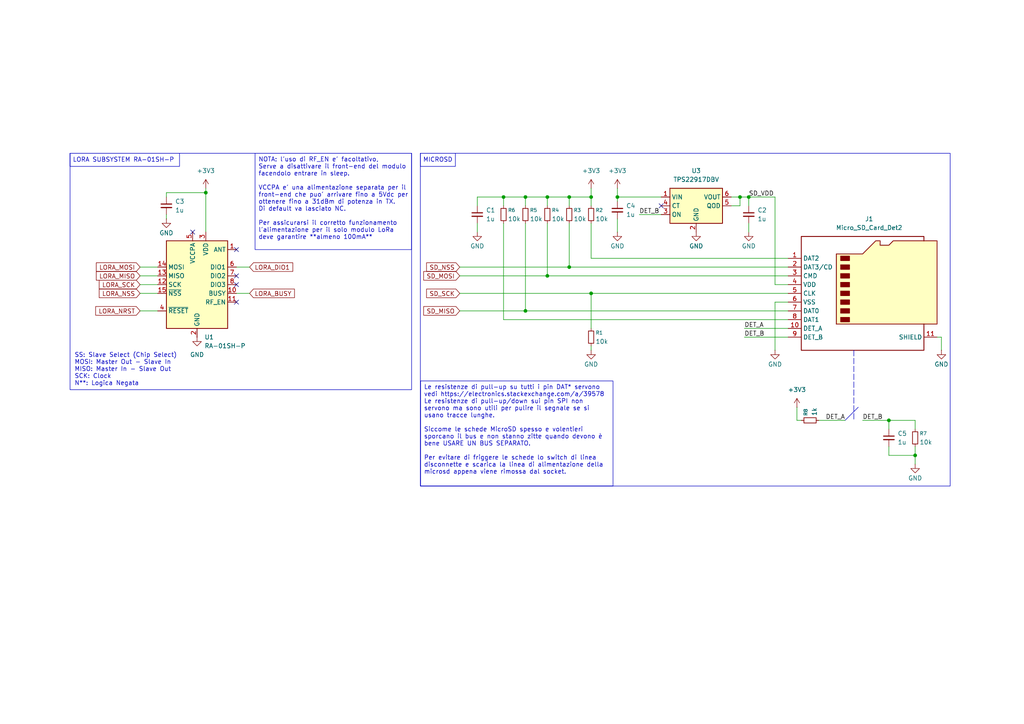
<source format=kicad_sch>
(kicad_sch (version 20250114) (generator "eeschema") (generator_version "9.0")
  (paper "A4")
  (lib_symbols
    (symbol "Connector:Micro_SD_Card_Det2"
      (property "Reference" "J" (at -16.51 17.78 0))
      (property "Value" "Micro_SD_Card_Det2" (at 16.51 17.78 0))
      (symbol "Micro_SD_Card_Det2_0_1"
        (polyline (pts (xy -8.89 -8.89) (xy -8.89 11.43) (xy -1.27 11.43) (xy 2.54 15.24) (xy 3.81 15.24) (xy 3.81 13.97) (xy 6.35 13.97) (xy 7.62 15.24) (xy 20.32 15.24) (xy 20.32 -8.89) (xy -8.89 -8.89)) (stroke (width 0.254)) (fill (type background)))
        (rectangle (start -7.62 10.795) (end -5.08 9.525) (stroke (width 0.254)) (fill (type outline)))
        (rectangle (start -7.62 8.255) (end -5.08 6.985) (stroke (width 0.254)) (fill (type outline)))
        (rectangle (start -7.62 5.715) (end -5.08 4.445) (stroke (width 0.254)) (fill (type outline)))
        (rectangle (start -7.62 3.175) (end -5.08 1.905) (stroke (width 0.254)) (fill (type outline)))
        (rectangle (start -7.62 0.635) (end -5.08 -0.635) (stroke (width 0.254)) (fill (type outline)))
        (rectangle (start -7.62 -1.905) (end -5.08 -3.175) (stroke (width 0.254)) (fill (type outline)))
        (rectangle (start -7.62 -4.445) (end -5.08 -5.715) (stroke (width 0.254)) (fill (type outline)))
        (rectangle (start -7.62 -6.985) (end -5.08 -8.255) (stroke (width 0.254)) (fill (type outline)))
        (polyline (pts (xy 16.51 15.24) (xy 16.51 16.51) (xy -19.05 16.51) (xy -19.05 -16.51) (xy 16.51 -16.51) (xy 16.51 -8.89)) (stroke (width 0.254)))
      )
      (symbol "Micro_SD_Card_Det2_1_1"
        (pin bidirectional line (at -22.86 10.16 0) (length 3.81) (name "DAT2") (number "1"))
        (pin bidirectional line (at -22.86 7.62 0) (length 3.81) (name "DAT3/CD") (number "2"))
        (pin input line (at -22.86 5.08 0) (length 3.81) (name "CMD") (number "3"))
        (pin power_in line (at -22.86 2.54 0) (length 3.81) (name "VDD") (number "4"))
        (pin input line (at -22.86 0 0) (length 3.81) (name "CLK") (number "5"))
        (pin power_in line (at -22.86 -2.54 0) (length 3.81) (name "VSS") (number "6"))
        (pin bidirectional line (at -22.86 -5.08 0) (length 3.81) (name "DAT0") (number "7"))
        (pin bidirectional line (at -22.86 -7.62 0) (length 3.81) (name "DAT1") (number "8"))
        (pin passive line (at -22.86 -10.16 0) (length 3.81) (name "DET_A") (number "10"))
        (pin passive line (at -22.86 -12.7 0) (length 3.81) (name "DET_B") (number "9"))
        (pin passive line (at 20.32 -12.7 180) (length 3.81) (name "SHIELD") (number "11"))
      )
    )
    (symbol "Device:C_Small" (pin_numbers (hide yes)) (pin_names (offset 0.254) (hide yes))
      (property "Reference" "C" (at 0.254 1.778 0))
      (property "Value" "C_Small" (at 0.254 -2.032 0))
      (symbol "C_Small_0_1"
        (polyline (pts (xy -1.524 0.508) (xy 1.524 0.508)) (stroke (width 0.3048)))
        (polyline (pts (xy -1.524 -0.508) (xy 1.524 -0.508)) (stroke (width 0.3302)))
      )
      (symbol "C_Small_1_1"
        (pin passive line (at 0 2.54 270) (length 2.032) (name "~") (number "1"))
        (pin passive line (at 0 -2.54 90) (length 2.032) (name "~") (number "2"))
      )
    )
    (symbol "Device:R_Small" (pin_numbers (hide yes)) (pin_names (offset 0.254) (hide yes))
      (property "Reference" "R" (at 0 0 90))
      (property "Value" "R_Small" (at 1.778 0 90))
      (symbol "R_Small_0_1"
        (rectangle (start -0.762 1.778) (end 0.762 -1.778) (stroke (width 0.2032)))
      )
      (symbol "R_Small_1_1"
        (pin passive line (at 0 2.54 270) (length 0.762) (name "~") (number "1"))
        (pin passive line (at 0 -2.54 90) (length 0.762) (name "~") (number "2"))
      )
    )
    (symbol "LoRa:RA-01SH"
      (property "Reference" "U" (at 7.874 15.748 0))
      (property "Value" "RA-01SH-P" (at 13.208 13.208 0))
      (symbol "RA-01SH_0_1"
        (rectangle (start -8.89 11.43) (end 8.89 -13.97) (stroke (width 0.254)) (fill (type background)))
      )
      (symbol "RA-01SH_1_1"
        (pin input line (at -11.43 3.81 0) (length 2.54) (name "MOSI") (number "14"))
        (pin output line (at -11.43 1.27 0) (length 2.54) (name "MISO") (number "13"))
        (pin input line (at -11.43 -1.27 0) (length 2.54) (name "SCK") (number "12"))
        (pin input line (at -11.43 -3.81 0) (length 2.54) (name "~{NSS}") (number "15"))
        (pin input line (at -11.43 -8.89 0) (length 2.54) (name "~{RESET}") (number "4"))
        (pin bidirectional line (at -1.27 13.97 270) (length 2.54) (name "VCCPA") (number "5"))
        (pin passive line (at 0 -16.51 90) (length 2.54) (hide yes) (name "GND") (number "16"))
        (pin power_in line (at 0 -16.51 90) (length 2.54) (name "GND") (number "2"))
        (pin passive line (at 0 -16.51 90) (length 2.54) (hide yes) (name "GND") (number "9"))
        (pin power_in line (at 2.54 13.97 270) (length 2.54) (name "VDD") (number "3"))
        (pin passive line (at 11.43 8.89 180) (length 2.54) (name "ANT") (number "1"))
        (pin bidirectional line (at 11.43 3.81 180) (length 2.54) (name "DIO1") (number "6"))
        (pin bidirectional line (at 11.43 1.27 180) (length 2.54) (name "DIO2") (number "7"))
        (pin bidirectional line (at 11.43 -1.27 180) (length 2.54) (name "DIO3") (number "8"))
        (pin bidirectional line (at 11.43 -3.81 180) (length 2.54) (name "BUSY") (number "10"))
        (pin bidirectional line (at 11.43 -6.35 180) (length 2.54) (name "RF_EN") (number "11"))
      )
    )
    (symbol "Power_Management:TPS22917DBV"
      (property "Reference" "U" (at -6.35 6.35 0))
      (property "Value" "TPS22917DBV" (at 2.54 6.35 0))
      (symbol "TPS22917DBV_0_1"
        (rectangle (start -7.62 5.08) (end 7.62 -5.08) (stroke (width 0.254)) (fill (type background)))
      )
      (symbol "TPS22917DBV_1_1"
        (pin power_in line (at -10.16 2.54 0) (length 2.54) (name "VIN") (number "1"))
        (pin output line (at -10.16 0 0) (length 2.54) (name "CT") (number "4"))
        (pin input line (at -10.16 -2.54 0) (length 2.54) (name "ON") (number "3"))
        (pin power_in line (at 0 -7.62 90) (length 2.54) (name "GND") (number "2"))
        (pin power_out line (at 10.16 2.54 180) (length 2.54) (name "VOUT") (number "6"))
        (pin open_collector line (at 10.16 0 180) (length 2.54) (name "QOD") (number "5"))
      )
    )
    (symbol "power:+3V3" (power) (pin_numbers (hide yes)) (pin_names (offset 0) (hide yes))
      (property "Value" "+3V3" (at 0 3.556 0))
      (symbol "+3V3_0_1"
        (polyline (pts (xy -0.762 1.27) (xy 0 2.54)))
        (polyline (pts (xy 0 2.54) (xy 0.762 1.27)))
        (polyline (pts (xy 0 0) (xy 0 2.54)))
      )
      (symbol "+3V3_1_1"
        (pin power_in line (at 0 0 90) (length 0) (name "~") (number "1"))
      )
    )
    (symbol "power:GND" (power) (pin_numbers (hide yes)) (pin_names (offset 0) (hide yes))
      (property "Value" "GND" (at 0 -3.81 0))
      (symbol "GND_0_1"
        (polyline (pts (xy 0 0) (xy 0 -1.27) (xy 1.27 -1.27) (xy 0 -2.54) (xy -1.27 -1.27) (xy 0 -1.27)))
      )
      (symbol "GND_1_1"
        (pin power_in line (at 0 0 270) (length 0) (name "~") (number "1"))
      )
    )
  )
  (rectangle (start 121.92 44.45) (end 275.59 140.97))
  (rectangle (start 121.92 44.45) (end 132.08 48.26))
  (rectangle (start 20.32 44.45) (end 119.38 113.03))
  (rectangle (start 20.32 44.45) (end 52.07 48.26))
  (text "SS: Slave Select (Chip Select)\nMOSI: Master Out - Slave In\nMISO: Master In - Slave Out\nSCK: Clock\nN**: Logica Negata" (at 21.59 107.188 0) (effects (font (size 1.27 1.27)) (justify left)))
  (text "LORA SUBSYSTEM RA-01SH-P" (at 21.082 46.482 0) (effects (font (size 1.27 1.27)) (justify left)))
  (text "MICROSD" (at 122.682 46.482 0) (effects (font (size 1.27 1.27)) (justify left)))
  (text_box "NOTA: l'uso di RF_EN e' facoltativo,\nServe a disattivare il front-end del modulo \nfacendolo entrare in sleep.\n\nVCCPA e' una alimentazione separata per il\nfront-end che puo' arrivare fino a 5Vdc per\nottenere fino a 31dBm di potenza in TX.\nDi default va lasciato NC.\n\nPer assicurarsi il corretto funzionamento \nl'alimentazione per il solo modulo LoRa \ndeve garantire **almeno 100mA**\n" (at 73.9775 44.45 0) (size 45.4024 27.9399) (margins 0.9525 0.9525 0.9525 0.9525) (effects (font (size 1.27 1.27)) (justify left top)))
  (text_box "Le resistenze di pull-up su tutti i pin DAT* servono vedi https://electronics.stackexchange.com/a/39578\nLe resistenze di pull-up/down sui pin SPI non servono ma sono utili per pulire il segnale se si usano tracce lunghe.\n\nSiccome le schede MicroSD spesso e volentieri sporcano il bus e non stanno zitte quando devono è bene USARE UN BUS SEPARATO.\n\nPer evitare di friggere le schede lo switch di linea disconnette e scarica la linea di alimentazione della microsd appena viene rimossa dal socket." (at 121.9835 110.49 0) (size 55.8165 30.48) (margins 0.9525 0.9525 0.9525 0.9525) (effects (font (size 1.27 1.27)) (justify left top)))
  (junction (at 214.63 57.15))
  (junction (at 152.4 57.15))
  (junction (at 165.1 57.15))
  (junction (at 152.4 90.17))
  (junction (at 171.45 57.15))
  (junction (at 165.1 77.47))
  (junction (at 158.75 80.01))
  (junction (at 171.45 85.09))
  (junction (at 257.81 121.92))
  (junction (at 59.69 55.88))
  (junction (at 158.75 57.15))
  (junction (at 217.17 57.15))
  (junction (at 146.05 57.15))
  (junction (at 265.43 132.08))
  (junction (at 179.07 57.15))
  (no_connect (at 68.58 82.55))
  (no_connect (at 68.58 72.39))
  (no_connect (at 68.58 80.01))
  (no_connect (at 191.77 59.69))
  (no_connect (at 68.58 87.63))
  (no_connect (at 55.88 67.31))
  (wire (pts (xy 228.6 87.63) (xy 224.79 87.63)))
  (wire (pts (xy 48.26 62.23) (xy 48.26 63.5)))
  (wire (pts (xy 152.4 64.77) (xy 152.4 90.17)))
  (wire (pts (xy 171.45 74.93) (xy 228.6 74.93)))
  (wire (pts (xy 138.43 57.15) (xy 146.05 57.15)))
  (wire (pts (xy 237.49 121.92) (xy 245.11 121.92)))
  (wire (pts (xy 158.75 57.15) (xy 165.1 57.15)))
  (wire (pts (xy 257.81 121.92) (xy 257.81 124.46)))
  (wire (pts (xy 152.4 57.15) (xy 152.4 59.69)))
  (wire (pts (xy 271.78 97.79) (xy 273.05 97.79)))
  (wire (pts (xy 179.07 54.61) (xy 179.07 57.15)))
  (wire (pts (xy 179.07 63.5) (xy 179.07 67.31)))
  (wire (pts (xy 138.43 64.77) (xy 138.43 67.31)))
  (wire (pts (xy 138.43 59.69) (xy 138.43 57.15)))
  (wire (pts (xy 257.81 129.54) (xy 257.81 132.08)))
  (wire (pts (xy 165.1 57.15) (xy 165.1 59.69)))
  (wire (pts (xy 146.05 57.15) (xy 146.05 59.69)))
  (wire (pts (xy 152.4 57.15) (xy 158.75 57.15)))
  (wire (pts (xy 231.14 121.92) (xy 232.41 121.92)))
  (wire (pts (xy 40.64 80.01) (xy 45.72 80.01)))
  (wire (pts (xy 224.79 57.15) (xy 224.79 82.55)))
  (wire (pts (xy 68.58 85.09) (xy 72.39 85.09)))
  (wire (pts (xy 214.63 59.69) (xy 214.63 57.15)))
  (wire (pts (xy 250.19 121.92) (xy 257.81 121.92)))
  (wire (pts (xy 158.75 64.77) (xy 158.75 80.01)))
  (wire (pts (xy 215.9 97.79) (xy 228.6 97.79)))
  (wire (pts (xy 59.69 55.88) (xy 59.69 67.31)))
  (wire (pts (xy 158.75 80.01) (xy 228.6 80.01)))
  (wire (pts (xy 191.77 57.15) (xy 179.07 57.15)))
  (wire (pts (xy 171.45 85.09) (xy 171.45 95.25)))
  (wire (pts (xy 68.58 77.47) (xy 72.39 77.47)))
  (wire (pts (xy 171.45 64.77) (xy 171.45 74.93)))
  (wire (pts (xy 257.81 121.92) (xy 265.43 121.92)))
  (wire (pts (xy 265.43 132.08) (xy 265.43 134.62)))
  (wire (pts (xy 217.17 57.15) (xy 224.79 57.15)))
  (wire (pts (xy 133.35 80.01) (xy 158.75 80.01)))
  (wire (pts (xy 171.45 54.61) (xy 171.45 57.15)))
  (wire (pts (xy 228.6 82.55) (xy 224.79 82.55)))
  (wire (pts (xy 146.05 57.15) (xy 152.4 57.15)))
  (wire (pts (xy 40.64 77.47) (xy 45.72 77.47)))
  (wire (pts (xy 133.35 77.47) (xy 165.1 77.47)))
  (wire (pts (xy 152.4 90.17) (xy 228.6 90.17)))
  (wire (pts (xy 146.05 92.71) (xy 228.6 92.71)))
  (wire (pts (xy 48.26 57.15) (xy 48.26 55.88)))
  (wire (pts (xy 212.09 59.69) (xy 214.63 59.69)))
  (wire (pts (xy 215.9 95.25) (xy 228.6 95.25)))
  (wire (pts (xy 265.43 121.92) (xy 265.43 124.46)))
  (polyline (pts (xy 245.11 121.92) (xy 248.92 118.11)))
  (wire (pts (xy 231.14 118.11) (xy 231.14 121.92)))
  (wire (pts (xy 158.75 57.15) (xy 158.75 59.69)))
  (wire (pts (xy 133.35 85.09) (xy 171.45 85.09)))
  (wire (pts (xy 171.45 57.15) (xy 171.45 59.69)))
  (wire (pts (xy 133.35 90.17) (xy 152.4 90.17)))
  (wire (pts (xy 179.07 57.15) (xy 179.07 58.42)))
  (wire (pts (xy 214.63 57.15) (xy 217.17 57.15)))
  (wire (pts (xy 224.79 87.63) (xy 224.79 101.6)))
  (wire (pts (xy 165.1 57.15) (xy 171.45 57.15)))
  (wire (pts (xy 48.26 55.88) (xy 59.69 55.88)))
  (wire (pts (xy 165.1 77.47) (xy 228.6 77.47)))
  (wire (pts (xy 257.81 132.08) (xy 265.43 132.08)))
  (wire (pts (xy 40.64 90.17) (xy 45.72 90.17)))
  (wire (pts (xy 40.64 85.09) (xy 45.72 85.09)))
  (wire (pts (xy 165.1 64.77) (xy 165.1 77.47)))
  (wire (pts (xy 217.17 59.69) (xy 217.17 57.15)))
  (wire (pts (xy 265.43 129.54) (xy 265.43 132.08)))
  (wire (pts (xy 171.45 100.33) (xy 171.45 101.6)))
  (wire (pts (xy 273.05 97.79) (xy 273.05 101.6)))
  (polyline (pts (xy 247.65 101.6) (xy 247.65 121.92)) (stroke (width 0) (type dash)))
  (wire (pts (xy 217.17 64.77) (xy 217.17 67.31)))
  (wire (pts (xy 185.42 62.23) (xy 191.77 62.23)))
  (wire (pts (xy 146.05 64.77) (xy 146.05 92.71)))
  (wire (pts (xy 59.69 54.61) (xy 59.69 55.88)))
  (wire (pts (xy 212.09 57.15) (xy 214.63 57.15)))
  (wire (pts (xy 40.64 82.55) (xy 45.72 82.55)))
  (wire (pts (xy 171.45 85.09) (xy 228.6 85.09)))
  (label "SD_VDD" (at 217.17 57.15 0))
  (label "DET_A" (at 215.9 95.25 0))
  (label "DET_B" (at 250.19 121.92 0))
  (label "DET_B" (at 185.42 62.23 0))
  (label "DET_B" (at 215.9 97.79 0))
  (label "DET_A" (at 245.11 121.92 180))
  (global_label "LORA_DIO1" (shape input) (at 72.39 77.47 0) (property "Intersheetrefs" "${INTERSHEET_REFS}" (effects (hide yes))))
  (global_label "LORA_NSS" (shape input) (at 40.64 85.09 180) (property "Intersheetrefs" "${INTERSHEET_REFS}" (effects (hide yes))))
  (global_label "LORA_BUSY" (shape input) (at 72.39 85.09 0) (property "Intersheetrefs" "${INTERSHEET_REFS}" (effects (hide yes))))
  (global_label "LORA_NRST" (shape input) (at 40.64 90.17 180) (property "Intersheetrefs" "${INTERSHEET_REFS}" (effects (hide yes))))
  (global_label "SD_MOSI" (shape input) (at 133.35 80.01 180) (property "Intersheetrefs" "${INTERSHEET_REFS}" (effects (hide yes))))
  (global_label "SD_NSS" (shape input) (at 133.35 77.47 180) (property "Intersheetrefs" "${INTERSHEET_REFS}" (effects (hide yes))))
  (global_label "LORA_MOSI" (shape input) (at 40.64 77.47 180) (property "Intersheetrefs" "${INTERSHEET_REFS}" (effects (hide yes))))
  (global_label "LORA_SCK" (shape input) (at 40.64 82.55 180) (property "Intersheetrefs" "${INTERSHEET_REFS}" (effects (hide yes))))
  (global_label "SD_SCK" (shape input) (at 133.35 85.09 180) (property "Intersheetrefs" "${INTERSHEET_REFS}" (effects (hide yes))))
  (global_label "SD_MISO" (shape input) (at 133.35 90.17 180) (property "Intersheetrefs" "${INTERSHEET_REFS}" (effects (hide yes))))
  (global_label "LORA_MISO" (shape input) (at 40.64 80.01 180) (property "Intersheetrefs" "${INTERSHEET_REFS}" (effects (hide yes))))
  (symbol (lib_id "power:GND") (at 201.93 67.31 0) (unit 1)
    (property "Reference" "#PWR04" (effects (hide yes)))
    (property "Value" "GND" (at 201.93 71.374 0))
    (property "Description" "Power symbol creates a global label with name \"GND\" , ground" (effects (hide yes)))
  )
  (symbol (lib_id "Device:R_Small") (at 265.43 127 0) (unit 1)
    (property "Reference" "R7" (at 266.7 125.73 0) (effects (font (size 1.016 1.016)) (justify left)))
    (property "Value" "10k" (at 266.7 128.27 0) (effects (justify left)))
    (property "Footprint" "Resistor_SMD:R_0603_1608Metric_Pad0.98x0.95mm_HandSolder" (effects (hide yes)))
    (property "Description" "Resistor, small symbol" (effects (hide yes)))
  )
  (symbol (lib_id "power:GND") (at 48.26 63.5 0) (unit 1)
    (property "Reference" "#PWR012" (effects (hide yes)))
    (property "Value" "GND" (at 48.26 67.564 0))
    (property "Description" "Power symbol creates a global label with name \"GND\" , ground" (effects (hide yes)))
  )
  (symbol (lib_id "power:GND") (at 171.45 101.6 0) (unit 1)
    (property "Reference" "#PWR07" (effects (hide yes)))
    (property "Value" "GND" (at 171.45 105.664 0))
    (property "Description" "Power symbol creates a global label with name \"GND\" , ground" (effects (hide yes)))
  )
  (symbol (lib_id "Device:C_Small") (at 179.07 60.96 0) (unit 1)
    (property "Reference" "C4" (at 181.61 59.6962 0) (effects (justify left)))
    (property "Value" "1u" (at 181.61 62.2362 0) (effects (justify left)))
    (property "Footprint" "Capacitor_SMD:C_0603_1608Metric_Pad1.08x0.95mm_HandSolder" (effects (hide yes)))
    (property "Description" "Unpolarized capacitor, small symbol" (effects (hide yes)))
  )
  (symbol (lib_id "power:GND") (at 179.07 67.31 0) (unit 1)
    (property "Reference" "#PWR08" (effects (hide yes)))
    (property "Value" "GND" (at 179.07 71.374 0))
    (property "Description" "Power symbol creates a global label with name \"GND\" , ground" (effects (hide yes)))
  )
  (symbol (lib_id "power:+3V3") (at 171.45 54.61 0) (unit 1)
    (property "Reference" "#PWR02" (effects (hide yes)))
    (property "Value" "+3V3" (at 171.45 49.53 0))
    (property "Description" "Power symbol creates a global label with name \"+3V3\"" (effects (hide yes)))
  )
  (symbol (lib_id "Device:R_Small") (at 146.05 62.23 0) (unit 1)
    (property "Reference" "R6" (at 147.32 60.96 0) (effects (font (size 1.016 1.016)) (justify left)))
    (property "Value" "10k" (at 147.32 63.5 0) (effects (justify left)))
    (property "Footprint" "Resistor_SMD:R_0603_1608Metric_Pad0.98x0.95mm_HandSolder" (effects (hide yes)))
    (property "Description" "Resistor, small symbol" (effects (hide yes)))
  )
  (symbol (lib_id "power:+3V3") (at 59.69 54.61 0) (unit 1)
    (property "Reference" "#PWR011" (effects (hide yes)))
    (property "Value" "+3V3" (at 59.69 49.53 0))
    (property "Description" "Power symbol creates a global label with name \"+3V3\"" (effects (hide yes)))
  )
  (symbol (lib_id "Power_Management:TPS22917DBV") (at 201.93 59.69 0) (unit 1)
    (property "Reference" "U3" (at 201.93 49.53 0))
    (property "Value" "TPS22917DBV" (at 201.93 52.07 0))
    (property "Footprint" "Package_TO_SOT_SMD:SOT-23-6" (effects (hide yes)))
    (property "Datasheet" "http://www.ti.com/lit/ds/symlink/tps22917.pdf" (effects (hide yes)))
    (property "Description" "1V to 5.5V, 2A, 80mΩ Ultra-Low Leakage Load Switch, SOT23-6" (effects (hide yes)))
  )
  (symbol (lib_id "Device:R_Small") (at 171.45 97.79 0) (unit 1)
    (property "Reference" "R1" (at 172.72 96.52 0) (effects (font (size 1.016 1.016)) (justify left)))
    (property "Value" "10k" (at 172.72 99.06 0) (effects (justify left)))
    (property "Footprint" "Resistor_SMD:R_0603_1608Metric_Pad0.98x0.95mm_HandSolder" (effects (hide yes)))
    (property "Description" "Resistor, small symbol" (effects (hide yes)))
  )
  (symbol (lib_id "Device:R_Small") (at 158.75 62.23 0) (unit 1)
    (property "Reference" "R4" (at 160.02 60.96 0) (effects (font (size 1.016 1.016)) (justify left)))
    (property "Value" "10k" (at 160.02 63.5 0) (effects (justify left)))
    (property "Footprint" "Resistor_SMD:R_0603_1608Metric_Pad0.98x0.95mm_HandSolder" (effects (hide yes)))
    (property "Description" "Resistor, small symbol" (effects (hide yes)))
  )
  (symbol (lib_id "power:GND") (at 265.43 134.62 0) (unit 1)
    (property "Reference" "#PWR013" (effects (hide yes)))
    (property "Value" "GND" (at 265.43 138.684 0))
    (property "Description" "Power symbol creates a global label with name \"GND\" , ground" (effects (hide yes)))
  )
  (symbol (lib_id "LoRa:RA-01SH") (at 57.15 81.28 0) (unit 1)
    (property "Reference" "U1" (at 59.2933 97.79 0) (effects (justify left)))
    (property "Value" "RA-01SH-P" (at 59.2933 100.33 0) (effects (justify left)))
    (property "Footprint" "RF_Module:Ai-Thinker-Ra-01-LoRa" (effects (hide yes)))
    (property "Datasheet" "https://en.ai-thinker.com/Uploads/file/20240927/20240927114430_30249.pdf" (effects (hide yes)))
  )
  (symbol (lib_id "power:+3V3") (at 179.07 54.61 0) (unit 1)
    (property "Reference" "#PWR010" (effects (hide yes)))
    (property "Value" "+3V3" (at 179.07 49.53 0))
    (property "Description" "Power symbol creates a global label with name \"+3V3\"" (effects (hide yes)))
  )
  (symbol (lib_id "Device:C_Small") (at 138.43 62.23 0) (unit 1)
    (property "Reference" "C1" (at 140.97 60.9662 0) (effects (justify left)))
    (property "Value" "1u" (at 140.97 63.5062 0) (effects (justify left)))
    (property "Footprint" "Capacitor_SMD:C_0603_1608Metric_Pad1.08x0.95mm_HandSolder" (effects (hide yes)))
    (property "Description" "Unpolarized capacitor, small symbol" (effects (hide yes)))
  )
  (symbol (lib_id "Connector:Micro_SD_Card_Det2") (at 251.46 85.09 0) (unit 1)
    (property "Reference" "J1" (at 252.095 63.5 0))
    (property "Value" "Micro_SD_Card_Det2" (at 252.095 66.04 0))
    (property "Footprint" "MicroSD:microSD_HC_Molex_104031-0811_Handsolder" (effects (hide yes)))
    (property "Datasheet" "https://www.hirose.com/en/product/document?clcode=&productname=&series=DM3&documenttype=Catalog&lang=en&documentid=D49662_en" (effects (hide yes)))
    (property "Description" "Micro SD Card Socket with two card detection pins" (effects (hide yes)))
  )
  (symbol (lib_id "power:GND") (at 273.05 101.6 0) (unit 1)
    (property "Reference" "#PWR01" (effects (hide yes)))
    (property "Value" "GND" (at 273.05 105.664 0))
    (property "Description" "Power symbol creates a global label with name \"GND\" , ground" (effects (hide yes)))
  )
  (symbol (lib_id "power:GND") (at 217.17 67.31 0) (unit 1)
    (property "Reference" "#PWR05" (effects (hide yes)))
    (property "Value" "GND" (at 217.17 71.374 0))
    (property "Description" "Power symbol creates a global label with name \"GND\" , ground" (effects (hide yes)))
  )
  (symbol (lib_id "Device:C_Small") (at 217.17 62.23 0) (unit 1)
    (property "Reference" "C2" (at 219.71 60.9662 0) (effects (justify left)))
    (property "Value" "1u" (at 219.71 63.5062 0) (effects (justify left)))
    (property "Footprint" "Capacitor_SMD:C_0603_1608Metric_Pad1.08x0.95mm_HandSolder" (effects (hide yes)))
    (property "Description" "Unpolarized capacitor, small symbol" (effects (hide yes)))
  )
  (symbol (lib_id "Device:C_Small") (at 257.81 127 0) (unit 1)
    (property "Reference" "C5" (at 260.35 125.7362 0) (effects (justify left)))
    (property "Value" "1u" (at 260.35 128.2762 0) (effects (justify left)))
    (property "Footprint" "Capacitor_SMD:C_0603_1608Metric_Pad1.08x0.95mm_HandSolder" (effects (hide yes)))
    (property "Description" "Unpolarized capacitor, small symbol" (effects (hide yes)))
  )
  (symbol (lib_id "power:+3V3") (at 231.14 118.11 0) (unit 1)
    (property "Reference" "#PWR014" (effects (hide yes)))
    (property "Value" "+3V3" (at 231.14 113.03 0))
    (property "Description" "Power symbol creates a global label with name \"+3V3\"" (effects (hide yes)))
  )
  (symbol (lib_id "Device:R_Small") (at 171.45 62.23 0) (unit 1)
    (property "Reference" "R2" (at 172.72 60.96 0) (effects (font (size 1.016 1.016)) (justify left)))
    (property "Value" "10k" (at 172.72 63.5 0) (effects (justify left)))
    (property "Footprint" "Resistor_SMD:R_0603_1608Metric_Pad0.98x0.95mm_HandSolder" (effects (hide yes)))
    (property "Description" "Resistor, small symbol" (effects (hide yes)))
  )
  (symbol (lib_id "power:GND") (at 57.15 97.79 0) (unit 1)
    (property "Reference" "#PWR09" (effects (hide yes)))
    (property "Value" "GND" (at 57.15 102.87 0))
    (property "Description" "Power symbol creates a global label with name \"GND\" , ground" (effects (hide yes)))
  )
  (symbol (lib_id "Device:R_Small") (at 165.1 62.23 0) (unit 1)
    (property "Reference" "R3" (at 166.37 60.96 0) (effects (font (size 1.016 1.016)) (justify left)))
    (property "Value" "10k" (at 166.37 63.5 0) (effects (justify left)))
    (property "Footprint" "Resistor_SMD:R_0603_1608Metric_Pad0.98x0.95mm_HandSolder" (effects (hide yes)))
    (property "Description" "Resistor, small symbol" (effects (hide yes)))
  )
  (symbol (lib_id "Device:R_Small") (at 152.4 62.23 0) (unit 1)
    (property "Reference" "R5" (at 153.67 60.96 0) (effects (font (size 1.016 1.016)) (justify left)))
    (property "Value" "10k" (at 153.67 63.5 0) (effects (justify left)))
    (property "Footprint" "Resistor_SMD:R_0603_1608Metric_Pad0.98x0.95mm_HandSolder" (effects (hide yes)))
    (property "Description" "Resistor, small symbol" (effects (hide yes)))
  )
  (symbol (lib_id "Device:R_Small") (at 234.95 121.92 90) (unit 1)
    (property "Reference" "R8" (at 233.68 120.65 0) (effects (font (size 1.016 1.016)) (justify left)))
    (property "Value" "1k" (at 236.22 120.65 0) (effects (justify left)))
    (property "Footprint" "Resistor_SMD:R_0603_1608Metric_Pad0.98x0.95mm_HandSolder" (effects (hide yes)))
    (property "Description" "Resistor, small symbol" (effects (hide yes)))
  )
  (symbol (lib_id "power:GND") (at 138.43 67.31 0) (unit 1)
    (property "Reference" "#PWR03" (effects (hide yes)))
    (property "Value" "GND" (at 138.43 71.374 0))
    (property "Description" "Power symbol creates a global label with name \"GND\" , ground" (effects (hide yes)))
  )
  (symbol (lib_id "Device:C_Small") (at 48.26 59.69 0) (unit 1)
    (property "Reference" "C3" (at 50.8 58.4262 0) (effects (justify left)))
    (property "Value" "1u" (at 50.8 60.9662 0) (effects (justify left)))
    (property "Footprint" "Capacitor_SMD:C_0603_1608Metric_Pad1.08x0.95mm_HandSolder" (effects (hide yes)))
    (property "Description" "Unpolarized capacitor, small symbol" (effects (hide yes)))
  )
  (symbol (lib_id "power:GND") (at 224.79 101.6 0) (unit 1)
    (property "Reference" "#PWR06" (effects (hide yes)))
    (property "Value" "GND" (at 224.79 105.664 0))
    (property "Description" "Power symbol creates a global label with name \"GND\" , ground" (effects (hide yes)))
  )
)
</source>
